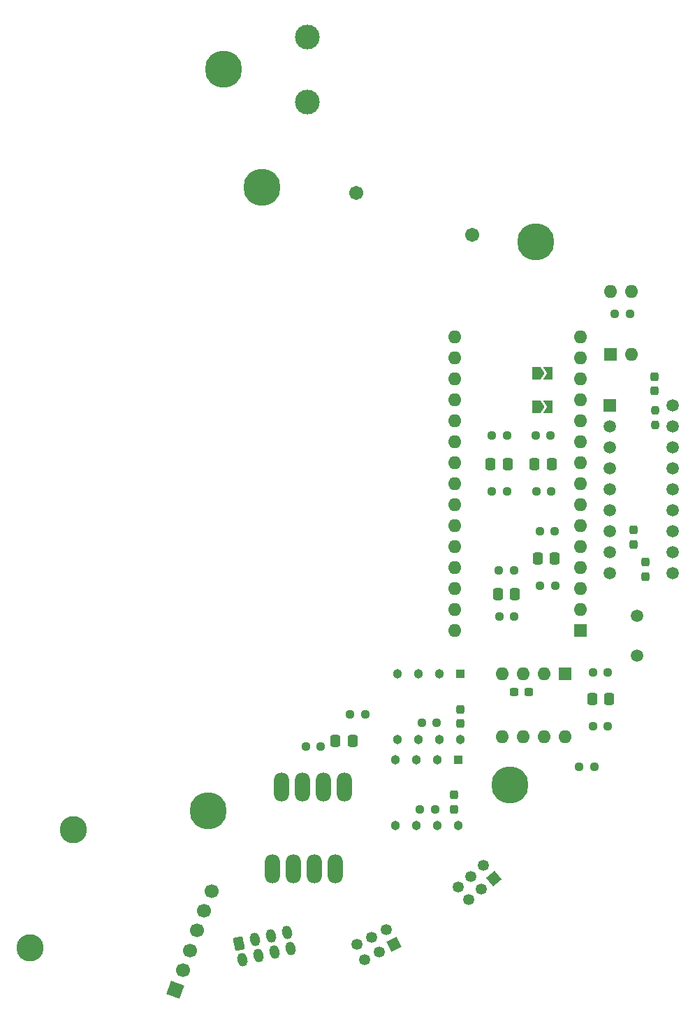
<source format=gbr>
%TF.GenerationSoftware,KiCad,Pcbnew,7.0.1*%
%TF.CreationDate,2023-05-22T07:14:15+09:00*%
%TF.ProjectId,THRControlModuleBoard,54485243-6f6e-4747-926f-6c4d6f64756c,rev?*%
%TF.SameCoordinates,Original*%
%TF.FileFunction,Soldermask,Bot*%
%TF.FilePolarity,Negative*%
%FSLAX46Y46*%
G04 Gerber Fmt 4.6, Leading zero omitted, Abs format (unit mm)*
G04 Created by KiCad (PCBNEW 7.0.1) date 2023-05-22 07:14:15*
%MOMM*%
%LPD*%
G01*
G04 APERTURE LIST*
G04 Aperture macros list*
%AMRoundRect*
0 Rectangle with rounded corners*
0 $1 Rounding radius*
0 $2 $3 $4 $5 $6 $7 $8 $9 X,Y pos of 4 corners*
0 Add a 4 corners polygon primitive as box body*
4,1,4,$2,$3,$4,$5,$6,$7,$8,$9,$2,$3,0*
0 Add four circle primitives for the rounded corners*
1,1,$1+$1,$2,$3*
1,1,$1+$1,$4,$5*
1,1,$1+$1,$6,$7*
1,1,$1+$1,$8,$9*
0 Add four rect primitives between the rounded corners*
20,1,$1+$1,$2,$3,$4,$5,0*
20,1,$1+$1,$4,$5,$6,$7,0*
20,1,$1+$1,$6,$7,$8,$9,0*
20,1,$1+$1,$8,$9,$2,$3,0*%
%AMHorizOval*
0 Thick line with rounded ends*
0 $1 width*
0 $2 $3 position (X,Y) of the first rounded end (center of the circle)*
0 $4 $5 position (X,Y) of the second rounded end (center of the circle)*
0 Add line between two ends*
20,1,$1,$2,$3,$4,$5,0*
0 Add two circle primitives to create the rounded ends*
1,1,$1,$2,$3*
1,1,$1,$4,$5*%
%AMRotRect*
0 Rectangle, with rotation*
0 The origin of the aperture is its center*
0 $1 length*
0 $2 width*
0 $3 Rotation angle, in degrees counterclockwise*
0 Add horizontal line*
21,1,$1,$2,0,0,$3*%
%AMFreePoly0*
4,1,6,0.500000,-0.750000,-0.650000,-0.750000,-0.150000,0.000000,-0.650000,0.750000,0.500000,0.750000,0.500000,-0.750000,0.500000,-0.750000,$1*%
%AMFreePoly1*
4,1,6,1.000000,0.000000,0.500000,-0.750000,-0.500000,-0.750000,-0.500000,0.750000,0.500000,0.750000,1.000000,0.000000,1.000000,0.000000,$1*%
G04 Aperture macros list end*
%ADD10RoundRect,0.250000X0.337500X0.475000X-0.337500X0.475000X-0.337500X-0.475000X0.337500X-0.475000X0*%
%ADD11O,1.600000X1.600000*%
%ADD12R,1.600000X1.600000*%
%ADD13R,1.133000X1.133000*%
%ADD14C,1.133000*%
%ADD15RotRect,1.350000X1.350000X297.000000*%
%ADD16HorizOval,1.350000X0.000000X0.000000X0.000000X0.000000X0*%
%ADD17RotRect,1.350000X1.350000X310.000000*%
%ADD18HorizOval,1.350000X0.000000X0.000000X0.000000X0.000000X0*%
%ADD19C,4.500000*%
%ADD20O,1.853200X3.503200*%
%ADD21RoundRect,0.250000X-0.215057X-0.624380X0.467002X-0.466914X0.215057X0.624380X-0.467002X0.466914X0*%
%ADD22HorizOval,1.200000X-0.050614X0.219233X0.050614X-0.219233X0*%
%ADD23C,1.500000*%
%ADD24HorizOval,1.700000X0.000000X0.000000X0.000000X0.000000X0*%
%ADD25RotRect,1.700000X1.700000X160.000000*%
%ADD26C,3.302000*%
%ADD27C,3.000000*%
%ADD28R,1.498600X1.498600*%
%ADD29C,1.498600*%
%ADD30RoundRect,0.237500X-0.237500X0.250000X-0.237500X-0.250000X0.237500X-0.250000X0.237500X0.250000X0*%
%ADD31FreePoly0,0.000000*%
%ADD32FreePoly1,0.000000*%
%ADD33RoundRect,0.237500X0.237500X-0.300000X0.237500X0.300000X-0.237500X0.300000X-0.237500X-0.300000X0*%
%ADD34RoundRect,0.250000X-0.337500X-0.475000X0.337500X-0.475000X0.337500X0.475000X-0.337500X0.475000X0*%
%ADD35RoundRect,0.237500X-0.250000X-0.237500X0.250000X-0.237500X0.250000X0.237500X-0.250000X0.237500X0*%
%ADD36RoundRect,0.237500X0.250000X0.237500X-0.250000X0.237500X-0.250000X-0.237500X0.250000X-0.237500X0*%
%ADD37RoundRect,0.237500X-0.237500X0.300000X-0.237500X-0.300000X0.237500X-0.300000X0.237500X0.300000X0*%
%ADD38RoundRect,0.237500X0.300000X0.237500X-0.300000X0.237500X-0.300000X-0.237500X0.300000X-0.237500X0*%
%ADD39C,1.710000*%
G04 APERTURE END LIST*
D10*
%TO.C,C15*%
X143562500Y-104950000D03*
X145637500Y-104950000D03*
%TD*%
D11*
%TO.C,A1*%
X138320000Y-109300000D03*
X138320000Y-106760000D03*
X138320000Y-104220000D03*
X138320000Y-101680000D03*
X138320000Y-99140000D03*
X138320000Y-96600000D03*
X138320000Y-94060000D03*
X138320000Y-91520000D03*
X138320000Y-88980000D03*
X138320000Y-86440000D03*
X138320000Y-83900000D03*
X138320000Y-81360000D03*
X138320000Y-78820000D03*
X138320000Y-76280000D03*
X138320000Y-73740000D03*
X153560000Y-73740000D03*
X153560000Y-76280000D03*
X153560000Y-78820000D03*
X153560000Y-81360000D03*
X153560000Y-83900000D03*
X153560000Y-86440000D03*
X153560000Y-88980000D03*
X153560000Y-91520000D03*
X153560000Y-94060000D03*
X153560000Y-96600000D03*
X153560000Y-99140000D03*
X153560000Y-101680000D03*
X153560000Y-104220000D03*
X153560000Y-106760000D03*
D12*
X153560000Y-109300000D03*
%TD*%
D13*
%TO.C,IC2*%
X139060000Y-114581000D03*
D14*
X136520000Y-114581000D03*
X133980000Y-114581000D03*
X131440000Y-114581000D03*
X131440000Y-122519000D03*
X133980000Y-122519000D03*
X136520000Y-122519000D03*
X139060000Y-122519000D03*
%TD*%
D15*
%TO.C,J2*%
X130986004Y-147333026D03*
D16*
X130078023Y-145551012D03*
X129203990Y-148241007D03*
X128296010Y-146458993D03*
X127421977Y-149148988D03*
X126513996Y-147366974D03*
%TD*%
D17*
%TO.C,J3*%
X143124876Y-139330469D03*
D18*
X141839301Y-137798380D03*
X141592788Y-140616044D03*
X140307212Y-139083956D03*
X140060699Y-141901620D03*
X138775124Y-140369531D03*
%TD*%
D19*
%TO.C,H3*%
X108450000Y-131150000D03*
%TD*%
D12*
%TO.C,U2*%
X151750000Y-114550000D03*
D11*
X149210000Y-114550000D03*
X146670000Y-114550000D03*
X144130000Y-114550000D03*
X144130000Y-122170000D03*
X146670000Y-122170000D03*
X149210000Y-122170000D03*
X151750000Y-122170000D03*
%TD*%
D20*
%TO.C,J5*%
X117390000Y-128250000D03*
X119930000Y-128250000D03*
X122470000Y-128250000D03*
X125010000Y-128250000D03*
%TD*%
D13*
%TO.C,IC1*%
X138760000Y-124981000D03*
D14*
X136220000Y-124981000D03*
X133680000Y-124981000D03*
X131140000Y-124981000D03*
X131140000Y-132919000D03*
X133680000Y-132919000D03*
X136220000Y-132919000D03*
X138760000Y-132919000D03*
%TD*%
D12*
%TO.C,U4*%
X157275000Y-75850000D03*
D11*
X159815000Y-75850000D03*
X159815000Y-68230000D03*
X157275000Y-68230000D03*
%TD*%
D19*
%TO.C,H1*%
X115000000Y-55650000D03*
%TD*%
D21*
%TO.C,J6*%
X112163473Y-147201064D03*
D22*
X112613375Y-149149804D03*
X114112213Y-146751162D03*
X114562115Y-148699902D03*
X116060953Y-146301260D03*
X116510855Y-148250000D03*
X118009693Y-145851358D03*
X118459595Y-147800098D03*
%TD*%
D23*
%TO.C,Y1*%
X160450000Y-112400000D03*
X160450000Y-107520000D03*
%TD*%
D19*
%TO.C,H4*%
X145050000Y-128050000D03*
%TD*%
D24*
%TO.C,U5*%
X108856194Y-140889542D03*
X107987463Y-143276362D03*
X107118731Y-145663181D03*
X106250000Y-148050000D03*
X105381269Y-150436819D03*
D25*
X104512538Y-152823639D03*
D26*
X92105461Y-133441268D03*
X86893074Y-147762184D03*
%TD*%
D20*
%TO.C,J4*%
X116240000Y-138150000D03*
X118780000Y-138150000D03*
X121320000Y-138150000D03*
X123860000Y-138150000D03*
%TD*%
D19*
%TO.C,H2*%
X148150000Y-62250000D03*
%TD*%
D27*
%TO.C,J1*%
X120450000Y-45300000D03*
X120450000Y-37400000D03*
D19*
X110290000Y-41350000D03*
%TD*%
D28*
%TO.C,U3*%
X157140000Y-82090000D03*
D29*
X157140000Y-84630000D03*
X157140000Y-87170000D03*
X157140000Y-89710000D03*
X157140000Y-92250000D03*
X157140000Y-94790000D03*
X157140000Y-97330000D03*
X157140000Y-99870000D03*
X157140000Y-102410000D03*
X164760000Y-102410000D03*
X164760000Y-99870000D03*
X164760000Y-97330000D03*
X164760000Y-94790000D03*
X164760000Y-92250000D03*
X164760000Y-89710000D03*
X164760000Y-87170000D03*
X164760000Y-84630000D03*
X164760000Y-82090000D03*
%TD*%
D30*
%TO.C,R9*%
X162650000Y-84462500D03*
X162650000Y-82637500D03*
%TD*%
D31*
%TO.C,JP1*%
X149675000Y-82250000D03*
D32*
X148225000Y-82250000D03*
%TD*%
D33*
%TO.C,C10*%
X161500000Y-101037500D03*
X161500000Y-102762500D03*
%TD*%
D34*
%TO.C,C13*%
X150487500Y-100600000D03*
X148412500Y-100600000D03*
%TD*%
D35*
%TO.C,R6*%
X155262500Y-125850000D03*
X153437500Y-125850000D03*
%TD*%
%TO.C,R18*%
X144662500Y-92450000D03*
X142837500Y-92450000D03*
%TD*%
D36*
%TO.C,R20*%
X148137500Y-85650000D03*
X149962500Y-85650000D03*
%TD*%
%TO.C,R16*%
X143737500Y-107650000D03*
X145562500Y-107650000D03*
%TD*%
D35*
%TO.C,R22*%
X127512500Y-119450000D03*
X125687500Y-119450000D03*
%TD*%
%TO.C,R12*%
X156912500Y-120900000D03*
X155087500Y-120900000D03*
%TD*%
%TO.C,R13*%
X155087500Y-114400000D03*
X156912500Y-114400000D03*
%TD*%
D33*
%TO.C,C9*%
X162550000Y-78587500D03*
X162550000Y-80312500D03*
%TD*%
%TO.C,C8*%
X139050000Y-118887500D03*
X139050000Y-120612500D03*
%TD*%
D37*
%TO.C,C11*%
X160000000Y-98862500D03*
X160000000Y-97137500D03*
%TD*%
D10*
%TO.C,C17*%
X142712500Y-89150000D03*
X144787500Y-89150000D03*
%TD*%
D35*
%TO.C,R10*%
X159562500Y-70950000D03*
X157737500Y-70950000D03*
%TD*%
D36*
%TO.C,R7*%
X134137500Y-130950000D03*
X135962500Y-130950000D03*
%TD*%
D35*
%TO.C,R15*%
X150062500Y-92450000D03*
X148237500Y-92450000D03*
%TD*%
%TO.C,R17*%
X122112500Y-123400000D03*
X120287500Y-123400000D03*
%TD*%
D10*
%TO.C,C14*%
X148012500Y-89150000D03*
X150087500Y-89150000D03*
%TD*%
D33*
%TO.C,C7*%
X138250000Y-129237500D03*
X138250000Y-130962500D03*
%TD*%
D35*
%TO.C,R14*%
X150512500Y-103900000D03*
X148687500Y-103900000D03*
%TD*%
D10*
%TO.C,C12*%
X155012500Y-117650000D03*
X157087500Y-117650000D03*
%TD*%
D34*
%TO.C,C16*%
X125987500Y-122700000D03*
X123912500Y-122700000D03*
%TD*%
D35*
%TO.C,R19*%
X150477500Y-97300000D03*
X148652500Y-97300000D03*
%TD*%
D38*
%TO.C,C6*%
X145587500Y-116800000D03*
X147312500Y-116800000D03*
%TD*%
D31*
%TO.C,JP2*%
X149675000Y-78150000D03*
D32*
X148225000Y-78150000D03*
%TD*%
D36*
%TO.C,R23*%
X142837500Y-85650000D03*
X144662500Y-85650000D03*
%TD*%
%TO.C,R21*%
X143687500Y-102050000D03*
X145512500Y-102050000D03*
%TD*%
%TO.C,R8*%
X134337500Y-120450000D03*
X136162500Y-120450000D03*
%TD*%
D39*
%TO.C,LS1*%
X140497695Y-61415151D03*
X126402305Y-56284849D03*
%TD*%
M02*

</source>
